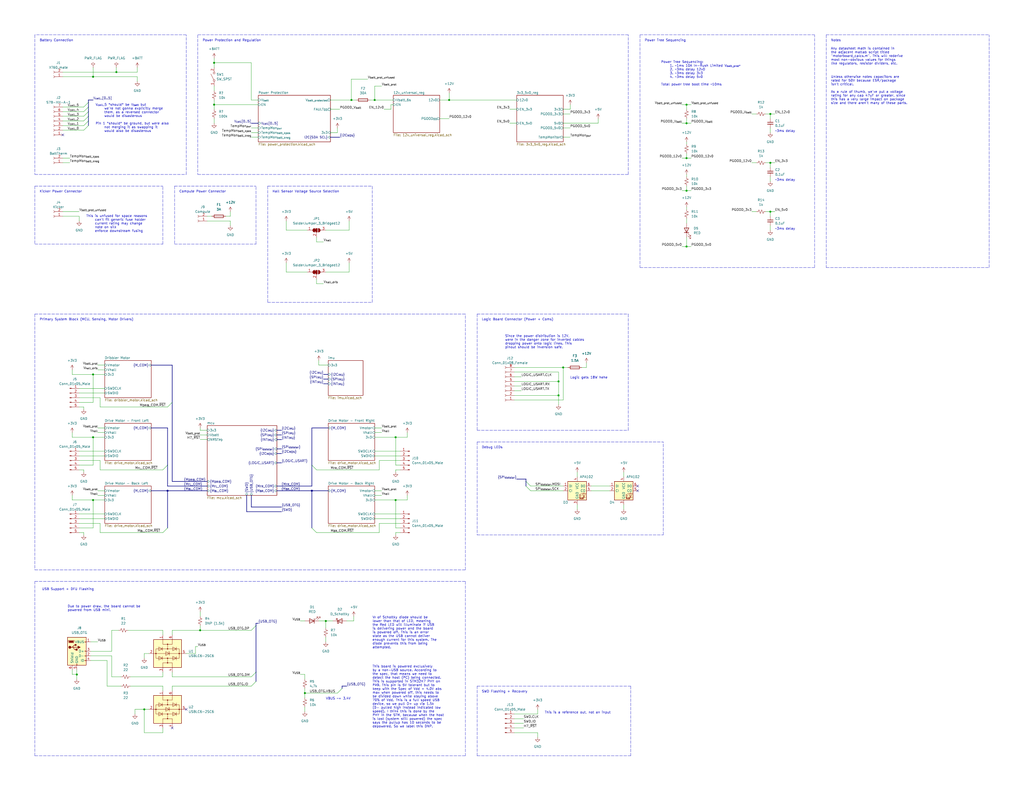
<source format=kicad_sch>
(kicad_sch (version 20211123) (generator eeschema)
  (paper "C")
  (title_block (title "Motorboard") (date "2021-11-14") (rev "1.0.0") (company "The A-Team (RC SSL)") (comment 1 "Designed By: W. Stuckey & R. Osawa") (comment 2 "Reviewed By:"))
  (bus_alias "M_{BL}_COM" (members "M_{BL}_COM.RX" "M_{BL}_COM.TX" "M_{BL}_COM.BOOT0" "M_{BL}_COM.~{RST}"))
  (bus_alias "M_{DRIB}_COM" (members "M_{DRIB}_COM.RX" "M_{DRIB}_COM.TX" "M_{DRIB}_COM.BOOT0" "M_{DRIB}_COM.~{RST}"))
  (bus_alias "SPI_{dotstar}" (members "SPI_{dotstar}.SCK" "SPI_{dotstar}.MOSI"))
  (bus_alias "INT_{IMU}" (members "INT_{IMU}.INT1" "INT_{IMU}.INT2"))
  (bus_alias "I2C_{MON}" (members "I2C_{MON}.SDA" "I2C_{MON}.SCL"))
  (bus_alias "M_{BR}_COM" (members "M_{BR}_COM.RX" "M_{BR}_COM.TX" "M_{BR}_COM.BOOT0" "M_{BR}_COM.~{RST}"))
  (bus_alias "M_{FR}_COM" (members "M_{FR}_COM.RX" "M_{FR}_COM.TX" "M_{FR}_COM.BOOT0" "M_{FR}_COM.~{RST}"))
  (bus_alias "M_{FL}_COM" (members "M_{FL}_COM.RX" "M_{FL}_COM.TX" "M_{FL}_COM.BOOT0" "M_{FL}_COM.~{RST}"))
  (bus_alias "LOGIC_USART" (members "LOGIC_USART.RX" "LOGIC_USART.TX" "LOGIC_USART.CLK"))
  (bus_alias "SPI_{IMU}" (members "SPI_{IMU}.SCK" "SPI_{IMU}.MOSI" "SPI_{IMU}.MISO" "SPI_{IMU}.~{SS1}" "SPI_{IMU}.~{SS2}"))
  (bus_alias "SWD" (members "SWD.CLK" "SWD.IO"))
  (bus_alias "I2C_{IMU}" (members "I2C_{IMU}.SDA" "I2C_{IMU}.SCL"))
  (bus_alias "USB_OTG" (members "USB_OTG.DP" "USB_OTG.DM" "USB_OTG.ID" "USB_OTG.VBUS"))
  (junction (at 374.65 86.36) (diameter 0.9144))
  (junction (at 374.65 57.15) (diameter 0.9144))
  (junction (at 116.84 34.29))
  (junction (at 191.77 54.61) (diameter 0.9144))
  (junction (at 374.65 104.14) (diameter 0.9144))
  (junction (at 245.11 54.61) (diameter 0.9144))
  (junction (at 307.34 200.66) (diameter 0.9144))
  (junction (at 215.9 273.05) (diameter 0.9144))
  (junction (at 304.8 208.28) (diameter 0.9144))
  (junction (at 215.9 238.76) (diameter 0.9144))
  (junction (at 109.22 344.17) (diameter 0.9144))
  (junction (at 116.84 57.15))
  (junction (at 41.91 368.3) (diameter 0.9144))
  (junction (at 50.8 204.47) (diameter 0.9144))
  (junction (at 204.47 54.61) (diameter 0.9144))
  (junction (at 177.8 339.09) (diameter 0.9144))
  (junction (at 63.5 39.37) (diameter 0.9144))
  (junction (at 78.74 387.35) (diameter 0.9144))
  (junction (at 374.65 67.31) (diameter 0.9144))
  (junction (at 170.18 267.97) (diameter 0.9144))
  (junction (at 420.37 115.57) (diameter 0.9144))
  (junction (at 420.37 62.23) (diameter 0.9144))
  (junction (at 374.65 134.62) (diameter 0.9144))
  (junction (at 420.37 88.9) (diameter 0.9144))
  (junction (at 166.37 378.46) (diameter 0.9144))
  (junction (at 50.8 273.05) (diameter 0.9144))
  (junction (at 50.8 238.76) (diameter 0.9144))
  (junction (at 50.8 41.91) (diameter 0.9144))
  (junction (at 91.44 267.97) (diameter 0.9144))
  (junction (at 304.8 215.9) (diameter 0.9144))
  (no_connect (at 93.98 397.51))
  (no_connect (at 101.6 387.35))
  (no_connect (at 34.29 73.66))
  (no_connect (at 347.98 267.97))
  (no_connect (at 347.98 265.43))
  (bus_entry (at 170.18 288.29) (size 2.54 2.54))
  (bus_entry (at 93.98 219.71) (size -2.54 2.54))
  (bus_entry (at 48.26 60.96) (size -2.54 2.54))
  (bus_entry (at 287.02 265.43) (size 2.54 2.54))
  (bus_entry (at 48.26 66.04) (size -2.54 2.54))
  (bus_entry (at 139.7 367.03) (size -2.54 2.54))
  (bus_entry (at 48.26 68.58) (size -2.54 2.54))
  (bus_entry (at 48.26 55.88) (size -2.54 2.54))
  (bus_entry (at 287.02 262.89) (size 2.54 2.54))
  (bus_entry (at 139.7 341.63) (size -2.54 2.54))
  (bus_entry (at 48.26 63.5) (size -2.54 2.54))
  (bus_entry (at 186.69 375.92) (size -2.54 2.54))
  (bus_entry (at 91.44 254) (size -2.54 2.54))
  (bus_entry (at 170.18 254) (size 2.54 2.54))
  (bus_entry (at 139.7 372.11) (size -2.54 2.54))
  (bus_entry (at 91.44 288.29) (size -2.54 2.54))
  (bus_entry (at 48.26 58.42) (size -2.54 2.54))
  (wire (pts (xy 71.12 374.65) (xy 88.9 374.65)))
  (wire (pts (xy 88.9 374.65) (xy 88.9 377.19)))
  (wire (pts (xy 166.37 378.46) (xy 184.15 378.46)))
  (wire (pts (xy 289.56 267.97) (xy 307.34 267.97)))
  (wire (pts (xy 417.83 88.9) (xy 420.37 88.9)))
  (wire (pts (xy 137.16 69.85) (xy 140.97 69.85)))
  (wire (pts (xy 222.25 236.22) (xy 222.25 238.76)))
  (wire (pts (xy 293.37 387.35) (xy 293.37 389.89)))
  (wire (pts (xy 374.65 104.14) (xy 377.19 104.14)))
  (wire (pts (xy 320.04 200.66) (xy 320.04 198.12)))
  (bus (pts (xy 170.18 254) (xy 170.18 265.43)))
  (wire (pts (xy 280.67 203.2) (xy 304.8 203.2)))
  (wire (pts (xy 304.8 203.2) (xy 304.8 208.28)))
  (wire (pts (xy 304.8 208.28) (xy 304.8 215.9)))
  (wire (pts (xy 304.8 215.9) (xy 304.8 220.98)))
  (bus (pts (xy 151.13 247.65) (xy 153.67 247.65)))
  (wire (pts (xy 240.03 64.77) (xy 245.11 64.77)))
  (wire (pts (xy 374.65 113.03) (xy 374.65 114.3)))
  (wire (pts (xy 374.65 64.77) (xy 374.65 67.31)))
  (polyline (pts (xy 19.05 317.5) (xy 254 317.5)) (stroke (width 0) (type dash)))
  (polyline (pts (xy 19.05 412.75) (xy 19.05 317.5)) (stroke (width 0) (type dash)))
  (polyline (pts (xy 19.05 412.75) (xy 254 412.75)) (stroke (width 0) (type dash)))
  (polyline (pts (xy 254 317.5) (xy 254 412.75)) (stroke (width 0) (type dash)))
  (wire (pts (xy 43.18 222.25) (xy 45.72 222.25)))
  (wire (pts (xy 45.72 222.25) (xy 45.72 223.52)))
  (wire (pts (xy 209.55 59.69) (xy 213.36 59.69)))
  (wire (pts (xy 213.36 57.15) (xy 214.63 57.15)))
  (wire (pts (xy 213.36 59.69) (xy 213.36 57.15)))
  (wire (pts (xy 372.11 67.31) (xy 374.65 67.31)))
  (wire (pts (xy 374.65 67.31) (xy 377.19 67.31)))
  (bus (pts (xy 139.7 341.63) (xy 139.7 367.03)))
  (wire (pts (xy 116.84 64.77) (xy 116.84 67.31)))
  (wire (pts (xy 278.13 67.31) (xy 281.94 67.31)))
  (wire (pts (xy 280.67 400.05) (xy 293.37 400.05)))
  (wire (pts (xy 417.83 62.23) (xy 420.37 62.23)))
  (wire (pts (xy 218.44 283.21) (xy 204.47 283.21)))
  (wire (pts (xy 109.22 334.01) (xy 109.22 336.55)))
  (wire (pts (xy 34.29 71.12) (xy 45.72 71.12)))
  (wire (pts (xy 45.72 290.83) (xy 45.72 292.1)))
  (bus (pts (xy 91.44 267.97) (xy 91.44 288.29)))
  (wire (pts (xy 314.96 275.59) (xy 314.96 278.13)))
  (bus (pts (xy 151.13 265.43) (xy 170.18 265.43)))
  (bus (pts (xy 170.18 233.68) (xy 170.18 254)))
  (bus (pts (xy 170.18 233.68) (xy 179.07 233.68)))
  (wire (pts (xy 280.67 394.97) (xy 285.75 394.97)))
  (wire (pts (xy 116.84 31.75) (xy 116.84 34.29)))
  (wire (pts (xy 116.84 34.29) (xy 116.84 36.83)))
  (bus (pts (xy 48.26 55.88) (xy 48.26 58.42)))
  (polyline (pts (xy 260.35 171.45) (xy 260.35 234.95)) (stroke (width 0) (type dash)))
  (polyline (pts (xy 260.35 171.45) (xy 342.9 171.45)) (stroke (width 0) (type dash)))
  (polyline (pts (xy 260.35 234.95) (xy 342.9 234.95)) (stroke (width 0) (type dash)))
  (polyline (pts (xy 342.9 234.95) (xy 342.9 171.45)) (stroke (width 0) (type dash)))
  (wire (pts (xy 280.67 210.82) (xy 284.48 210.82)))
  (wire (pts (xy 109.22 233.68) (xy 109.22 234.95)))
  (wire (pts (xy 109.22 234.95) (xy 113.03 234.95)))
  (wire (pts (xy 420.37 123.19) (xy 420.37 125.73)))
  (wire (pts (xy 116.84 46.99) (xy 116.84 49.53)))
  (bus (pts (xy 48.26 54.61) (xy 48.26 55.88)))
  (bus (pts (xy 50.8 54.61) (xy 48.26 54.61)))
  (wire (pts (xy 215.9 254) (xy 215.9 238.76)))
  (wire (pts (xy 218.44 254) (xy 215.9 254)))
  (wire (pts (xy 39.37 273.05) (xy 50.8 273.05)))
  (wire (pts (xy 50.8 273.05) (xy 57.15 273.05)))
  (wire (pts (xy 49.53 358.14) (xy 60.96 358.14)))
  (wire (pts (xy 60.96 358.14) (xy 60.96 369.57)))
  (wire (pts (xy 60.96 369.57) (xy 66.04 369.57)))
  (wire (pts (xy 54.61 222.25) (xy 91.44 222.25)))
  (wire (pts (xy 280.67 218.44) (xy 307.34 218.44)))
  (wire (pts (xy 307.34 200.66) (xy 307.34 218.44)))
  (bus (pts (xy 137.16 276.86) (xy 137.16 270.51)))
  (bus (pts (xy 153.67 276.86) (xy 137.16 276.86)))
  (wire (pts (xy 50.8 36.83) (xy 50.8 41.91)))
  (wire (pts (xy 43.18 290.83) (xy 45.72 290.83)))
  (wire (pts (xy 69.85 344.17) (xy 88.9 344.17)))
  (wire (pts (xy 88.9 344.17) (xy 88.9 346.71)))
  (polyline (pts (xy 146.05 101.6) (xy 146.05 165.1)) (stroke (width 0) (type dash)))
  (polyline (pts (xy 146.05 101.6) (xy 203.2 101.6)) (stroke (width 0) (type dash)))
  (polyline (pts (xy 146.05 165.1) (xy 203.2 165.1)) (stroke (width 0) (type dash)))
  (polyline (pts (xy 203.2 165.1) (xy 203.2 101.6)) (stroke (width 0) (type dash)))
  (wire (pts (xy 34.29 63.5) (xy 45.72 63.5)))
  (wire (pts (xy 43.18 217.17) (xy 54.61 217.17)))
  (wire (pts (xy 54.61 217.17) (xy 54.61 222.25)))
  (wire (pts (xy 43.18 254) (xy 50.8 254)))
  (wire (pts (xy 50.8 254) (xy 50.8 238.76)))
  (wire (pts (xy 166.37 368.3) (xy 163.83 368.3)))
  (wire (pts (xy 166.37 370.84) (xy 166.37 368.3)))
  (wire (pts (xy 34.29 41.91) (xy 50.8 41.91)))
  (wire (pts (xy 50.8 41.91) (xy 74.93 41.91)))
  (wire (pts (xy 74.93 41.91) (xy 74.93 44.45)))
  (polyline (pts (xy 19.05 101.6) (xy 19.05 133.35)) (stroke (width 0) (type dash)))
  (polyline (pts (xy 19.05 101.6) (xy 88.9 101.6)) (stroke (width 0) (type dash)))
  (polyline (pts (xy 19.05 133.35) (xy 88.9 133.35)) (stroke (width 0) (type dash)))
  (polyline (pts (xy 88.9 133.35) (xy 88.9 101.6)) (stroke (width 0) (type dash)))
  (wire (pts (xy 374.65 101.6) (xy 374.65 104.14)))
  (bus (pts (xy 287.02 262.89) (xy 287.02 265.43)))
  (wire (pts (xy 307.34 67.31) (xy 326.39 67.31)))
  (wire (pts (xy 326.39 67.31) (xy 326.39 64.77)))
  (wire (pts (xy 173.99 339.09) (xy 177.8 339.09)))
  (wire (pts (xy 293.37 400.05) (xy 293.37 402.59)))
  (bus (pts (xy 151.13 237.49) (xy 153.67 237.49)))
  (wire (pts (xy 289.56 265.43) (xy 307.34 265.43)))
  (wire (pts (xy 156.21 120.65) (xy 156.21 125.73)))
  (wire (pts (xy 156.21 125.73) (xy 167.64 125.73)))
  (wire (pts (xy 208.28 236.22) (xy 204.47 236.22)))
  (wire (pts (xy 374.65 77.47) (xy 374.65 78.74)))
  (bus (pts (xy 151.13 267.97) (xy 170.18 267.97)))
  (bus (pts (xy 170.18 267.97) (xy 179.07 267.97)))
  (wire (pts (xy 180.34 59.69) (xy 185.42 59.69)))
  (wire (pts (xy 307.34 62.23) (xy 311.15 62.23)))
  (wire (pts (xy 166.37 375.92) (xy 166.37 378.46)))
  (wire (pts (xy 166.37 378.46) (xy 166.37 381)))
  (wire (pts (xy 420.37 96.52) (xy 420.37 99.06)))
  (bus (pts (xy 151.13 234.95) (xy 153.67 234.95)))
  (wire (pts (xy 172.72 129.54) (xy 172.72 132.08)))
  (wire (pts (xy 172.72 132.08) (xy 176.53 132.08)))
  (bus (pts (xy 48.26 58.42) (xy 48.26 60.96)))
  (bus (pts (xy 170.18 267.97) (xy 170.18 288.29)))
  (bus (pts (xy 179.07 209.55) (xy 176.53 209.55)))
  (wire (pts (xy 43.18 256.54) (xy 45.72 256.54)))
  (polyline (pts (xy 107.95 19.05) (xy 107.95 95.25)) (stroke (width 0) (type dash)))
  (polyline (pts (xy 107.95 95.25) (xy 342.9 95.25)) (stroke (width 0) (type dash)))
  (polyline (pts (xy 342.9 19.05) (xy 107.95 19.05)) (stroke (width 0) (type dash)))
  (polyline (pts (xy 342.9 95.25) (xy 342.9 19.05)) (stroke (width 0) (type dash)))
  (wire (pts (xy 410.21 62.23) (xy 412.75 62.23)))
  (bus (pts (xy 139.7 340.36) (xy 139.7 341.63)))
  (bus (pts (xy 140.97 340.36) (xy 139.7 340.36)))
  (wire (pts (xy 190.5 148.59) (xy 190.5 143.51)))
  (wire (pts (xy 34.29 86.36) (xy 38.1 86.36)))
  (wire (pts (xy 372.11 86.36) (xy 374.65 86.36)))
  (wire (pts (xy 374.65 86.36) (xy 377.19 86.36)))
  (wire (pts (xy 53.34 270.51) (xy 57.15 270.51)))
  (wire (pts (xy 372.11 57.15) (xy 374.65 57.15)))
  (wire (pts (xy 374.65 57.15) (xy 377.19 57.15)))
  (wire (pts (xy 215.9 238.76) (xy 204.47 238.76)))
  (wire (pts (xy 222.25 238.76) (xy 215.9 238.76)))
  (wire (pts (xy 39.37 236.22) (xy 39.37 238.76)))
  (wire (pts (xy 280.67 389.89) (xy 293.37 389.89)))
  (wire (pts (xy 420.37 69.85) (xy 420.37 72.39)))
  (wire (pts (xy 191.77 43.18) (xy 200.66 43.18)))
  (wire (pts (xy 191.77 54.61) (xy 191.77 43.18)))
  (bus (pts (xy 48.26 63.5) (xy 48.26 66.04)))
  (wire (pts (xy 109.22 237.49) (xy 113.03 237.49)))
  (bus (pts (xy 151.13 252.73) (xy 153.67 252.73)))
  (polyline (pts (xy 19.05 19.05) (xy 19.05 95.25)) (stroke (width 0) (type dash)))
  (polyline (pts (xy 19.05 95.25) (xy 101.6 95.25)) (stroke (width 0) (type dash)))
  (polyline (pts (xy 101.6 19.05) (xy 19.05 19.05)) (stroke (width 0) (type dash)))
  (polyline (pts (xy 101.6 95.25) (xy 101.6 19.05)) (stroke (width 0) (type dash)))
  (wire (pts (xy 54.61 251.46) (xy 54.61 256.54)))
  (wire (pts (xy 280.67 200.66) (xy 307.34 200.66)))
  (wire (pts (xy 307.34 200.66) (xy 309.88 200.66)))
  (wire (pts (xy 245.11 50.8) (xy 245.11 54.61)))
  (wire (pts (xy 374.65 119.38) (xy 374.65 121.92)))
  (wire (pts (xy 93.98 377.19) (xy 93.98 374.65)))
  (bus (pts (xy 151.13 240.03) (xy 153.67 240.03)))
  (wire (pts (xy 53.34 199.39) (xy 57.15 199.39)))
  (wire (pts (xy 420.37 62.23) (xy 422.91 62.23)))
  (wire (pts (xy 34.29 58.42) (xy 45.72 58.42)))
  (wire (pts (xy 43.18 288.29) (xy 50.8 288.29)))
  (wire (pts (xy 50.8 288.29) (xy 50.8 273.05)))
  (wire (pts (xy 113.03 120.65) (xy 125.73 120.65)))
  (wire (pts (xy 125.73 120.65) (xy 125.73 123.19)))
  (bus (pts (xy 179.07 207.01) (xy 176.53 207.01)))
  (wire (pts (xy 156.21 143.51) (xy 156.21 148.59)))
  (wire (pts (xy 280.67 213.36) (xy 284.48 213.36)))
  (wire (pts (xy 172.72 152.4) (xy 172.72 154.94)))
  (wire (pts (xy 201.93 54.61) (xy 204.47 54.61)))
  (wire (pts (xy 204.47 54.61) (xy 214.63 54.61)))
  (wire (pts (xy 78.74 387.35) (xy 78.74 400.05)))
  (wire (pts (xy 78.74 400.05) (xy 88.9 400.05)))
  (wire (pts (xy 88.9 397.51) (xy 88.9 400.05)))
  (wire (pts (xy 420.37 62.23) (xy 420.37 64.77)))
  (wire (pts (xy 43.18 280.67) (xy 57.15 280.67)))
  (wire (pts (xy 93.98 369.57) (xy 137.16 369.57)))
  (bus (pts (xy 82.55 267.97) (xy 91.44 267.97)))
  (bus (pts (xy 91.44 267.97) (xy 113.03 267.97)))
  (wire (pts (xy 172.72 154.94) (xy 176.53 154.94)))
  (wire (pts (xy 410.21 88.9) (xy 412.75 88.9)))
  (wire (pts (xy 280.67 392.43) (xy 285.75 392.43)))
  (wire (pts (xy 34.29 60.96) (xy 45.72 60.96)))
  (bus (pts (xy 186.69 374.65) (xy 186.69 375.92)))
  (bus (pts (xy 189.23 374.65) (xy 186.69 374.65)))
  (wire (pts (xy 208.28 233.68) (xy 204.47 233.68)))
  (wire (pts (xy 63.5 36.83) (xy 63.5 39.37)))
  (wire (pts (xy 218.44 256.54) (xy 215.9 256.54)))
  (bus (pts (xy 281.94 261.62) (xy 287.02 261.62)))
  (bus (pts (xy 287.02 261.62) (xy 287.02 262.89)))
  (wire (pts (xy 41.91 365.76) (xy 41.91 368.3)))
  (wire (pts (xy 41.91 368.3) (xy 41.91 370.84)))
  (wire (pts (xy 215.9 256.54) (xy 215.9 257.81)))
  (wire (pts (xy 109.22 240.03) (xy 113.03 240.03)))
  (wire (pts (xy 116.84 59.69) (xy 116.84 57.15)))
  (wire (pts (xy 43.18 212.09) (xy 57.15 212.09)))
  (wire (pts (xy 208.28 270.51) (xy 204.47 270.51)))
  (wire (pts (xy 307.34 69.85) (xy 311.15 69.85)))
  (wire (pts (xy 78.74 387.35) (xy 73.66 387.35)))
  (wire (pts (xy 81.28 387.35) (xy 78.74 387.35)))
  (wire (pts (xy 53.34 267.97) (xy 57.15 267.97)))
  (polyline (pts (xy 95.25 101.6) (xy 95.25 133.35)) (stroke (width 0) (type dash)))
  (polyline (pts (xy 95.25 101.6) (xy 139.7 101.6)) (stroke (width 0) (type dash)))
  (polyline (pts (xy 95.25 133.35) (xy 139.7 133.35)) (stroke (width 0) (type dash)))
  (polyline (pts (xy 139.7 133.35) (xy 139.7 101.6)) (stroke (width 0) (type dash)))
  (wire (pts (xy 374.65 57.15) (xy 374.65 59.69)))
  (wire (pts (xy 39.37 201.93) (xy 39.37 204.47)))
  (wire (pts (xy 39.37 204.47) (xy 50.8 204.47)))
  (wire (pts (xy 50.8 204.47) (xy 57.15 204.47)))
  (wire (pts (xy 34.29 68.58) (xy 45.72 68.58)))
  (wire (pts (xy 374.65 134.62) (xy 377.19 134.62)))
  (wire (pts (xy 43.18 283.21) (xy 57.15 283.21)))
  (wire (pts (xy 93.98 374.65) (xy 137.16 374.65)))
  (wire (pts (xy 93.98 344.17) (xy 109.22 344.17)))
  (wire (pts (xy 93.98 346.71) (xy 93.98 344.17)))
  (wire (pts (xy 34.29 39.37) (xy 63.5 39.37)))
  (wire (pts (xy 63.5 39.37) (xy 74.93 39.37)))
  (wire (pts (xy 74.93 39.37) (xy 74.93 36.83)))
  (wire (pts (xy 71.12 369.57) (xy 88.9 369.57)))
  (wire (pts (xy 88.9 369.57) (xy 88.9 367.03)))
  (wire (pts (xy 34.29 115.57) (xy 43.18 115.57)))
  (wire (pts (xy 166.37 386.08) (xy 166.37 388.62)))
  (wire (pts (xy 204.47 246.38) (xy 218.44 246.38)))
  (wire (pts (xy 137.16 74.93) (xy 140.97 74.93)))
  (bus (pts (xy 82.55 199.39) (xy 93.98 199.39)))
  (bus (pts (xy 93.98 199.39) (xy 93.98 219.71)))
  (bus (pts (xy 93.98 262.89) (xy 113.03 262.89)))
  (wire (pts (xy 280.67 208.28) (xy 304.8 208.28)))
  (polyline (pts (xy 349.25 19.05) (xy 349.25 146.05)) (stroke (width 0) (type dash)))
  (polyline (pts (xy 349.25 19.05) (xy 444.5 19.05)) (stroke (width 0) (type dash)))
  (polyline (pts (xy 349.25 146.05) (xy 444.5 146.05)) (stroke (width 0) (type dash)))
  (polyline (pts (xy 444.5 146.05) (xy 444.5 19.05)) (stroke (width 0) (type dash)))
  (wire (pts (xy 177.8 339.09) (xy 181.61 339.09)))
  (wire (pts (xy 222.25 270.51) (xy 222.25 273.05)))
  (bus (pts (xy 151.13 245.11) (xy 153.67 245.11)))
  (wire (pts (xy 340.36 275.59) (xy 340.36 278.13)))
  (wire (pts (xy 204.47 46.99) (xy 208.28 46.99)))
  (wire (pts (xy 204.47 54.61) (xy 204.47 46.99)))
  (wire (pts (xy 307.34 59.69) (xy 311.15 59.69)))
  (wire (pts (xy 311.15 59.69) (xy 311.15 57.15)))
  (wire (pts (xy 215.9 288.29) (xy 215.9 273.05)))
  (wire (pts (xy 218.44 288.29) (xy 215.9 288.29)))
  (wire (pts (xy 123.19 118.11) (xy 125.73 118.11)))
  (wire (pts (xy 125.73 118.11) (xy 125.73 115.57)))
  (wire (pts (xy 372.11 134.62) (xy 374.65 134.62)))
  (bus (pts (xy 91.44 254) (xy 91.44 265.43)))
  (wire (pts (xy 54.61 290.83) (xy 88.9 290.83)))
  (wire (pts (xy 218.44 290.83) (xy 215.9 290.83)))
  (wire (pts (xy 73.66 387.35) (xy 73.66 389.89)))
  (polyline (pts (xy 450.85 19.05) (xy 450.85 146.05)) (stroke (width 0) (type dash)))
  (polyline (pts (xy 450.85 19.05) (xy 539.75 19.05)) (stroke (width 0) (type dash)))
  (polyline (pts (xy 450.85 146.05) (xy 539.75 146.05)) (stroke (width 0) (type dash)))
  (polyline (pts (xy 539.75 146.05) (xy 539.75 19.05)) (stroke (width 0) (type dash)))
  (wire (pts (xy 193.04 339.09) (xy 193.04 336.55)))
  (wire (pts (xy 78.74 356.87) (xy 78.74 359.41)))
  (wire (pts (xy 81.28 356.87) (xy 78.74 356.87)))
  (wire (pts (xy 307.34 74.93) (xy 311.15 74.93)))
  (wire (pts (xy 39.37 365.76) (xy 39.37 368.3)))
  (wire (pts (xy 39.37 368.3) (xy 41.91 368.3)))
  (wire (pts (xy 53.34 236.22) (xy 57.15 236.22)))
  (wire (pts (xy 374.65 129.54) (xy 374.65 134.62)))
  (wire (pts (xy 113.03 118.11) (xy 115.57 118.11)))
  (wire (pts (xy 43.18 246.38) (xy 57.15 246.38)))
  (wire (pts (xy 215.9 290.83) (xy 215.9 292.1)))
  (wire (pts (xy 156.21 148.59) (xy 167.64 148.59)))
  (wire (pts (xy 420.37 88.9) (xy 422.91 88.9)))
  (wire (pts (xy 43.18 251.46) (xy 54.61 251.46)))
  (wire (pts (xy 280.67 215.9) (xy 304.8 215.9)))
  (bus (pts (xy 48.26 66.04) (xy 48.26 68.58)))
  (wire (pts (xy 39.37 238.76) (xy 50.8 238.76)))
  (wire (pts (xy 50.8 238.76) (xy 57.15 238.76)))
  (wire (pts (xy 177.8 347.98) (xy 177.8 350.52)))
  (wire (pts (xy 417.83 115.57) (xy 420.37 115.57)))
  (wire (pts (xy 280.67 397.51) (xy 285.75 397.51)))
  (bus (pts (xy 134.62 279.4) (xy 134.62 270.51)))
  (bus (pts (xy 153.67 279.4) (xy 134.62 279.4)))
  (wire (pts (xy 137.16 34.29) (xy 116.84 34.29)))
  (wire (pts (xy 137.16 54.61) (xy 137.16 34.29)))
  (wire (pts (xy 140.97 54.61) (xy 137.16 54.61)))
  (wire (pts (xy 374.65 95.25) (xy 374.65 96.52)))
  (wire (pts (xy 39.37 270.51) (xy 39.37 273.05)))
  (wire (pts (xy 207.01 285.75) (xy 207.01 290.83)))
  (wire (pts (xy 280.67 205.74) (xy 284.48 205.74)))
  (wire (pts (xy 322.58 265.43) (xy 332.74 265.43)))
  (wire (pts (xy 54.61 285.75) (xy 54.61 290.83)))
  (wire (pts (xy 45.72 256.54) (xy 45.72 257.81)))
  (wire (pts (xy 43.18 248.92) (xy 57.15 248.92)))
  (wire (pts (xy 374.65 83.82) (xy 374.65 86.36)))
  (wire (pts (xy 245.11 54.61) (xy 281.94 54.61)))
  (wire (pts (xy 340.36 257.81) (xy 340.36 260.35)))
  (wire (pts (xy 173.99 199.39) (xy 179.07 199.39)))
  (wire (pts (xy 207.01 251.46) (xy 218.44 251.46)))
  (wire (pts (xy 207.01 256.54) (xy 207.01 251.46)))
  (wire (pts (xy 215.9 273.05) (xy 204.47 273.05)))
  (wire (pts (xy 222.25 273.05) (xy 215.9 273.05)))
  (wire (pts (xy 137.16 72.39) (xy 140.97 72.39)))
  (wire (pts (xy 180.34 54.61) (xy 191.77 54.61)))
  (wire (pts (xy 191.77 54.61) (xy 194.31 54.61)))
  (wire (pts (xy 189.23 339.09) (xy 193.04 339.09)))
  (wire (pts (xy 317.5 200.66) (xy 320.04 200.66)))
  (wire (pts (xy 372.11 104.14) (xy 374.65 104.14)))
  (wire (pts (xy 173.99 196.85) (xy 173.99 199.39)))
  (wire (pts (xy 177.8 339.09) (xy 177.8 342.9)))
  (wire (pts (xy 410.21 115.57) (xy 412.75 115.57)))
  (bus (pts (xy 137.16 67.31) (xy 140.97 67.31)))
  (wire (pts (xy 180.34 72.39) (xy 184.15 72.39)))
  (wire (pts (xy 184.15 72.39) (xy 184.15 69.85)))
  (wire (pts (xy 43.18 219.71) (xy 50.8 219.71)))
  (wire (pts (xy 50.8 219.71) (xy 50.8 204.47)))
  (wire (pts (xy 49.53 350.52) (xy 53.34 350.52)))
  (wire (pts (xy 204.47 248.92) (xy 218.44 248.92)))
  (wire (pts (xy 34.29 88.9) (xy 38.1 88.9)))
  (wire (pts (xy 101.6 356.87) (xy 106.68 356.87)))
  (wire (pts (xy 106.68 353.06) (xy 107.95 353.06)))
  (wire (pts (xy 106.68 356.87) (xy 106.68 353.06)))
  (polyline (pts (xy 260.35 374.65) (xy 344.17 374.65)) (stroke (width 0) (type dash)))
  (polyline (pts (xy 260.35 412.75) (xy 260.35 374.65)) (stroke (width 0) (type dash)))
  (polyline (pts (xy 260.35 412.75) (xy 344.17 412.75)) (stroke (width 0) (type dash)))
  (polyline (pts (xy 344.17 374.65) (xy 344.17 412.75)) (stroke (width 0) (type dash)))
  (wire (pts (xy 43.18 285.75) (xy 54.61 285.75)))
  (wire (pts (xy 420.37 115.57) (xy 420.37 118.11)))
  (wire (pts (xy 34.29 66.04) (xy 45.72 66.04)))
  (bus (pts (xy 179.07 204.47) (xy 176.53 204.47)))
  (wire (pts (xy 43.18 214.63) (xy 57.15 214.63)))
  (wire (pts (xy 218.44 280.67) (xy 204.47 280.67)))
  (bus (pts (xy 91.44 233.68) (xy 82.55 233.68)))
  (bus (pts (xy 91.44 233.68) (xy 91.44 254)))
  (bus (pts (xy 113.03 265.43) (xy 91.44 265.43)))
  (wire (pts (xy 49.53 360.68) (xy 58.42 360.68)))
  (wire (pts (xy 58.42 360.68) (xy 58.42 374.65)))
  (wire (pts (xy 58.42 374.65) (xy 66.04 374.65)))
  (wire (pts (xy 49.53 355.6) (xy 60.96 355.6)))
  (wire (pts (xy 60.96 344.17) (xy 64.77 344.17)))
  (wire (pts (xy 60.96 355.6) (xy 60.96 344.17)))
  (wire (pts (xy 53.34 233.68) (xy 57.15 233.68)))
  (wire (pts (xy 53.34 201.93) (xy 57.15 201.93)))
  (bus (pts (xy 139.7 367.03) (xy 139.7 372.11)))
  (wire (pts (xy 314.96 257.81) (xy 314.96 260.35)))
  (wire (pts (xy 208.28 267.97) (xy 204.47 267.97)))
  (wire (pts (xy 322.58 267.97) (xy 332.74 267.97)))
  (wire (pts (xy 109.22 344.17) (xy 137.16 344.17)))
  (wire (pts (xy 34.29 118.11) (xy 43.18 118.11)))
  (wire (pts (xy 43.18 118.11) (xy 43.18 120.65)))
  (wire (pts (xy 166.37 339.09) (xy 163.83 339.09)))
  (wire (pts (xy 172.72 256.54) (xy 207.01 256.54)))
  (wire (pts (xy 93.98 367.03) (xy 93.98 369.57)))
  (wire (pts (xy 278.13 59.69) (xy 281.94 59.69)))
  (wire (pts (xy 420.37 88.9) (xy 420.37 91.44)))
  (polyline (pts (xy 19.05 171.45) (xy 19.05 311.15)) (stroke (width 0) (type dash)))
  (polyline (pts (xy 19.05 171.45) (xy 254 171.45)) (stroke (width 0) (type dash)))
  (polyline (pts (xy 19.05 311.15) (xy 254 311.15)) (stroke (width 0) (type dash)))
  (polyline (pts (xy 254 311.15) (xy 254 171.45)) (stroke (width 0) (type dash)))
  (wire (pts (xy 54.61 256.54) (xy 88.9 256.54)))
  (wire (pts (xy 218.44 285.75) (xy 207.01 285.75)))
  (wire (pts (xy 240.03 54.61) (xy 245.11 54.61)))
  (bus (pts (xy 180.34 74.93) (xy 185.42 74.93)))
  (wire (pts (xy 109.22 341.63) (xy 109.22 344.17)))
  (bus (pts (xy 48.26 60.96) (xy 48.26 63.5)))
  (wire (pts (xy 420.37 115.57) (xy 422.91 115.57)))
  (wire (pts (xy 172.72 290.83) (xy 207.01 290.83)))
  (polyline (pts (xy 260.35 241.3) (xy 260.35 292.1)) (stroke (width 0) (type dash)))
  (polyline (pts (xy 260.35 241.3) (xy 361.95 241.3)) (stroke (width 0) (type dash)))
  (polyline (pts (xy 260.35 292.1) (xy 361.95 292.1)) (stroke (width 0) (type dash)))
  (polyline (pts (xy 361.95 292.1) (xy 361.95 241.3)) (stroke (width 0) (type dash)))
  (wire (pts (xy 116.84 57.15) (xy 116.84 54.61)))
  (wire (pts (xy 116.84 57.15) (xy 140.97 57.15)))
  (bus (pts (xy 93.98 219.71) (xy 93.98 262.89)))
  (wire (pts (xy 177.8 148.59) (xy 190.5 148.59)))
  (wire (pts (xy 177.8 125.73) (xy 190.5 125.73)))
  (wire (pts (xy 190.5 125.73) (xy 190.5 120.65)))
  (text "SWD Flashing + Recovery\n" (at 262.89 378.46 0) (effects (font (size 1.27 1.27)) (justify left bottom)))
  (text "Power Tree Sequencing:\n	1. ~1ms 10A In-Rush Limited V_{batt_prot*}\n	2. ~3ms delay 12v0\n	3. ~3ms delay 3v3\n	4. ~3ms delay 5v0\n\nTotal power tree boot time ~10ms" (at 360.68 46.99 0) (effects (font (size 1.27 1.27)) (justify left bottom)))
  (text "V_{cell}_5 *should* be V_{batt} but \n	we're not gonna explicitly merge \n	them, as a reversed connector \n	would be disasterous\n\nPin 1 *should* be ground, but were also\n	not merging it as swapping it\n	would also be disasterous" (at 52.07 72.39 0) (effects (font (size 1.27 1.27)) (justify left bottom)))
  (text "Battery Connection" (at 21.59 22.86 0) (effects (font (size 1.27 1.27)) (justify left bottom)))
  (text "USB Support + DFU Flashing" (at 22.86 322.58 0) (effects (font (size 1.27 1.27)) (justify left bottom)))
  (text "Kicker Power Connector" (at 21.59 105.41 0) (effects (font (size 1.27 1.27)) (justify left bottom)))
  (text "Power Protection and Regulation" (at 110.49 22.86 0) (effects (font (size 1.27 1.27)) (justify left bottom)))
  (text "This board is powered exclusively\nby a non-USB source. According to\nthe spec, that means we need to \ndetect the host (PC) being connected.\nThis is supported in STM32H7 PHY on\nPA9. This pin is 5V tolerant but to\nkeep with the Spec of Vdd + 4.0V abs\nmax when powered off, this needs to \nbe divided down while staying above\n70% of Vdd. This is a full speed USB\ndevice, so we pull D+ up via 1.5k\n(D- pulled high instead indicated low\nspeed). I think this is done by the\nPHY in the STM, because when the host\nis lost (system still powered) the spec\nsays the pullup has 10 seconds to be\ndepowered. So we label this DNP.\n" (at 203.2 397.51 0) (effects (font (size 1.27 1.27)) (justify left bottom)))
  (text "This is a reference out, not an input" (at 297.18 389.89 0) (effects (font (size 1.27 1.27)) (justify left bottom)))
  (text "~3ms delay" (at 422.91 72.39 0) (effects (font (size 1.27 1.27)) (justify left bottom)))
  (text "Due to power draw, the board cannot be\npowered from USB mini." (at 36.83 334.01 0) (effects (font (size 1.27 1.27)) (justify left bottom)))
  (text "Unless otherwise notes capacitors are\nrated for 50V because ESR/package\nisn't critical.\n\nAs a rule of thumb, we've put a voltage\nrating for any cap 47uF or greater, since\nthis has a very large impact on package\nsize and there aren't many of these parts." (at 453.39 57.15 0) (effects (font (size 1.27 1.27)) (justify left bottom)))
  (text "Hall Sensor Voltage Source Selection" (at 148.59 105.41 0) (effects (font (size 1.27 1.27)) (justify left bottom)))
  (text "~3ms delay" (at 422.91 99.06 0) (effects (font (size 1.27 1.27)) (justify left bottom)))
  (text "Logic Board Connector (Power + Coms)" (at 262.89 175.26 0) (effects (font (size 1.27 1.27)) (justify left bottom)))
  (text "This is unfused for space reasons\n	can't fit generic fuse holder\n	current rating may change\n	note on silk\n	enforce downstream fusing" (at 46.99 127 0) (effects (font (size 1.27 1.27)) (justify left bottom)))
  (text "~3ms delay" (at 422.91 125.73 0) (effects (font (size 1.27 1.27)) (justify left bottom)))
  (text "Primary System Block (MCU, Sensing, Motor Drivers)" (at 21.59 175.26 0) (effects (font (size 1.27 1.27)) (justify left bottom)))
  (text "Compute Power Connector" (at 97.79 105.41 0) (effects (font (size 1.27 1.27)) (justify left bottom)))
  (text "VBUS ~= 3.4V" (at 177.8 382.27 0) (effects (font (size 1.27 1.27)) (justify left bottom)))
  (text "Debug LEDs" (at 262.89 245.11 0) (effects (font (size 1.27 1.27)) (justify left bottom)))
  (text "Power Tree Sequencing" (at 351.79 22.86 0) (effects (font (size 1.27 1.27)) (justify left bottom)))
  (text "Notes" (at 453.39 22.86 0) (effects (font (size 1.27 1.27)) (justify left bottom)))
  (text "V_{f} of Schottky diode should be\nlower than that of LED, meaning\nthe Red LED will illuminate if USB\nis delivering power and the board\nis powered off. This is an error\nstate as the USB cannot deliver\nenough current for this system. The\ndiode prevents this from being \nattempted.\n" (at 203.2 354.33 0) (effects (font (size 1.27 1.27)) (justify left bottom)))
  (text "Logic gets 18W hehe" (at 311.15 207.01 0) (effects (font (size 1.27 1.27)) (justify left bottom)))
  (text "Any datasheet math is contained in\nthe adjacent matlab script titled\n\"motorboard_calcs.m\". This will rederive\nmost non-obvious values for things\nlike regulators, resistor dividers, etc." (at 453.39 35.56 0) (effects (font (size 1.27 1.27)) (justify left bottom)))
  (text "Since the power distribution is 12V,\nwere in the danger zone for inverted cables\ndropping power onto logic lines. This\npinout should be inversion safe." (at 275.59 190.5 0) (effects (font (size 1.27 1.27)) (justify left bottom)))
  (label "H7_~{RST}" (at 285.75 397.51 0))
  (label "V_{hall_drib}" (at 176.53 154.94 0))
  (label "LOGIC_USART.CLK" (at 284.48 205.74 0))
  (label "V_{hall}" (at 176.53 132.08 0))
  (label "V_{batt_prot}" (at 208.28 233.68 0))
  (label "V_{cell}[0..5]" (at 137.16 67.31 180))
  (label "M_{FR}_COM.~{RST}" (at 180.34 256.54 0))
  (label "SPI_{dotstar}.SCK" (at 292.1 267.97 0))
  (label "{M_{FR}_COM}" (at 163.83 265.43 180))
  (label "EN_5v0" (at 422.91 115.57 0))
  (label "{I2C_{MON}}" (at 153.67 247.65 0))
  (label "TempMon_{batt_kneg}" (at 137.16 74.93 180))
  (label "{INT_{IMU}}" (at 153.67 240.03 0))
  (label "{M_{FL}_COM}" (at 100.33 265.43 0))
  (label "V_{batt_prot}" (at 208.28 267.97 0))
  (label "PGOOD_12v0" (at 377.19 86.36 0))
  (label "H7_~{RST}" (at 109.22 240.03 180))
  (label "TempMon_{batt_kpos}" (at 38.1 86.36 0))
  (label "{USB_OTG}" (at 189.23 374.65 0))
  (label "M_{FL}_COM.~{RST}" (at 73.66 256.54 0))
  (label "EN_5v0" (at 278.13 67.31 180))
  (label "{M_{BL}_COM}" (at 100.33 267.97 0))
  (label "{SPI_{dotstar}}" (at 281.94 261.62 180))
  (label "V_{hall_drib}" (at 53.34 201.93 180))
  (label "PGOOD_12v0" (at 372.11 86.36 180))
  (label "V_{cell}_[0..5]" (at 50.8 54.61 0))
  (label "V_{cell}_5" (at 36.83 58.42 0))
  (label "{M_{DRIB}_COM}" (at 100.33 262.89 0))
  (label "EN_12v0" (at 209.55 59.69 180))
  (label "{USB_OTG}" (at 153.67 276.86 0))
  (label "{I2C_{IMU}}" (at 176.53 204.47 180))
  (label "TempMon_{batt_kneg}" (at 38.1 88.9 0))
  (label "V_{cell}_0" (at 36.83 71.12 0))
  (label "PGOOD_V_{batt}" (at 372.11 67.31 180))
  (label "SWD.IO" (at 285.75 394.97 0))
  (label "V_{USB}" (at 163.83 368.3 180))
  (label "USB_OTG.DM" (at 124.46 369.57 0))
  (label "V_{cell}_1" (at 36.83 68.58 0))
  (label "PGOOD_5v0" (at 311.15 69.85 0))
  (label "V_{batt_prot}" (at 53.34 199.39 180))
  (label "{INT_{IMU}}" (at 176.53 209.55 180))
  (label "{SPI_{dotstar}}" (at 153.67 245.11 0))
  (label "PGOOD_3v3" (at 372.11 104.14 180))
  (label "PGOOD_12v0" (at 410.21 88.9 180))
  (label "V_{USB}" (at 163.83 339.09 180))
  (label "M_{BL}_COM.~{RST}" (at 74.93 290.83 0))
  (label "LOGIC_USART.TX" (at 284.48 213.36 0))
  (label "EN_3v3" (at 422.91 88.9 0))
  (label "TempMon_{pwr}" (at 137.16 69.85 180))
  (label "PGOOD_V_{batt}" (at 377.19 67.31 0))
  (label "{USB_OTG}" (at 140.97 340.36 0))
  (label "PGOOD_5v0" (at 372.11 134.62 180))
  (label "USB_OTG.VBUS" (at 168.91 378.46 0))
  (label "V_{batt_prot_unfused}" (at 43.18 115.57 0))
  (label "TempMon_{pwr}" (at 311.15 74.93 0))
  (label "{SWD}" (at 153.67 279.4 0))
  (label "V_{batt_prot}" (at 109.22 237.49 180))
  (label "V_{batt_prot}" (at 53.34 233.68 180))
  (label "V_{batt_prot_unfused}" (at 200.66 43.18 0))
  (label "M_{DRIB}_COM.~{RST}" (at 76.2 222.25 0))
  (label "V_{USB}" (at 53.34 350.52 0))
  (label "V_{batt_prot}" (at 208.28 46.99 0))
  (label "V_{batt_prot_unfused}" (at 372.11 57.15 180))
  (label "EN_3v3" (at 278.13 59.69 180))
  (label "V_{hall}" (at 208.28 270.51 0))
  (label "PGOOD_12v0" (at 245.11 64.77 0))
  (label "PGOOD_3v3" (at 311.15 62.23 0))
  (label "{I2C_{MON}}" (at 185.42 74.93 0))
  (label "SWD.CLK" (at 285.75 392.43 0))
  (label "{SPI_{IMU}}" (at 176.53 207.01 180))
  (label "V_{hall}" (at 53.34 270.51 180))
  (label "LOGIC_USART.RX" (at 284.48 210.82 0))
  (label "PGOOD_5v0" (at 377.19 134.62 0))
  (label "M_{BR}_COM.~{RST}" (at 180.34 290.83 0))
  (label "{SPI_{IMU}}" (at 153.67 237.49 0))
  (label "{LOGIC_USART}" (at 153.67 252.73 0))
  (label "V_{cell}_4" (at 36.83 60.96 0))
  (label "V_{batt_prot_unfused}" (at 377.19 57.15 0))
  (label "V_{hall}" (at 53.34 236.22 180))
  (label "PGOOD_3v3" (at 377.19 104.14 0))
  (label "V_{USB}" (at 107.95 353.06 0))
  (label "SPI_{dotstar}.MOSI" (at 292.1 265.43 0))
  (label "V_{hall}" (at 208.28 236.22 0))
  (label "EN_12v0" (at 422.91 62.23 0))
  (label "V_{cell}_3" (at 36.83 63.5 0))
  (label "{I2C_{IMU}}" (at 153.67 234.95 0))
  (label "V_{batt_prot}" (at 53.34 267.97 180))
  (label "V_{cell}_2" (at 36.83 66.04 0))
  (label "PGOOD_V_{batt}" (at 410.21 62.23 180))
  (label "TempMon_{batt_kpos}" (at 137.16 72.39 180))
  (label "PGOOD_3v3" (at 410.21 115.57 180))
  (label "USB_OTG.ID" (at 124.46 374.65 0))
  (label "{M_{BR}_COM}" (at 163.83 267.97 180))
  (label "PGOOD_V_{batt}" (at 185.42 59.69 0))
  (label "USB_OTG.DP" (at 124.46 344.17 0))
  (symbol (lib_id "Connector:Conn_01x05_Male") (at 275.59 394.97 0) (unit 1)
    (property "Reference" "J13" (at 278.2824 384.81 0))
    (property "Value" "Conn_01x05_Male" (at 278.2824 387.35 0))
  )
  (symbol (lib_id "Connector:Conn_01x02_Female") (at 29.21 88.9 180) (unit 1)
    (property "Reference" "J3" (at 31.9024 81.28 0))
    (property "Value" "BattTherm" (at 31.9024 83.82 0))
  )
  (symbol (lib_id "Connector:Conn_01x02_Female") (at 29.21 41.91 180) (unit 1)
    (property "Reference" "J1" (at 31.9024 34.29 0))
    (property "Value" "XT60_mate" (at 31.9024 36.83 0))
  )
  (symbol (lib_id "power:+5V") (at 314.96 257.81 0) (unit 1)
    (property "Reference" "#PWR0203" (effects hide))
    (property "Value" "+5V" (at 314.96 252.73 0))
  )
  (symbol (lib_id "power:GND") (at 73.66 389.89 0) (unit 1)
    (property "Reference" "#PWR011" (effects hide))
    (property "Value" "GND" (at 73.66 394.97 0))
  )
  (symbol (lib_id "Device:Fuse") (at 198.12 54.61 90) (unit 1)
    (property "Reference" "F2" (at 198.12 48.26 90))
    (property "Value" "30A" (at 198.12 50.8 90))
    (property "Datasheet" "https://www.digikey.com/en/products/detail/keystone-electronics/3557-2/2137305" (effects hide))
  )
  (symbol (lib_id "Device:D_Schottky") (at 185.42 339.09 0) (unit 1)
    (property "Reference" "D2" (at 185.42 332.74 0))
    (property "Value" "D_Schottky" (at 185.42 335.28 0))
  )
  (symbol (lib_id "Device:Fuse") (at 313.69 200.66 90) (unit 1)
    (property "Reference" "F3" (at 313.69 194.31 90))
    (property "Value" "1.5A" (at 313.69 196.85 90))
  )
  (symbol (lib_id "Connector:Conn_01x05_Male") (at 38.1 285.75 0) (unit 1)
    (property "Reference" "J7" (at 40.7924 275.59 0))
    (property "Value" "Conn_01x05_Male" (at 40.7924 278.13 0))
  )
  (symbol (lib_id "Connector:USB_OTG") (at 41.91 355.6 0) (unit 1)
    (property "Reference" "J8" (at 43.307 342.9 0))
    (property "Value" "USB_OTG" (at 43.307 345.44 0))
    (property "Datasheet" " ~" (effects hide))
  )
  (symbol (lib_id "Device:Fuse") (at 119.38 118.11 90) (unit 1)
    (property "Reference" "F1" (at 119.38 111.76 90))
    (property "Value" "3A" (at 119.38 114.3 90))
  )
  (symbol (lib_id "Device:LED") (at 374.65 125.73 90) (unit 1)
    (property "Reference" "D5" (at 378.46 124.6504 90) (effects (justify right)))
    (property "Value" "RED" (at 378.46 127.1904 90) (effects (justify right)))
    (property "Footprint" "LED_SMD:LED_0603_1608Metric_Pad1.05x0.95mm_HandSolder" (effects hide))
  )
  (symbol (lib_id "Device:C_Small") (at 420.37 67.31 0) (unit 1)
    (property "Reference" "C1" (at 422.91 66.0399 0) (effects (justify left)))
    (property "Value" "0.1uF" (at 422.91 68.5799 0) (effects (justify left)))
    (property "Footprint" "Capacitor_SMD:C_0402_1005Metric_Pad0.74x0.62mm_HandSolder" (effects hide))
  )
  (symbol (lib_id "Device:R_Small_US") (at 68.58 374.65 90) (unit 1)
    (property "Reference" "R3" (at 68.58 378.46 90))
    (property "Value" "22" (at 68.58 381 90))
    (property "Footprint" "Resistor_SMD:R_0402_1005Metric_Pad0.72x0.64mm_HandSolder" (effects hide))
  )
  (symbol (lib_id "power:+12V") (at 374.65 113.03 0) (unit 1)
    (property "Reference" "#PWR044" (effects hide))
    (property "Value" "+12V" (at 374.65 107.95 0))
  )
  (symbol (lib_id "power:+5V") (at 190.5 120.65 0) (unit 1)
    (property "Reference" "#PWR024" (effects hide))
    (property "Value" "+5V" (at 190.5 115.57 0))
  )
  (symbol (lib_id "power:GND") (at 41.91 370.84 0) (unit 1)
    (property "Reference" "#PWR04" (effects hide))
    (property "Value" "GND" (at 41.91 375.92 0))
  )
  (symbol (lib_id "Device:R_Small_US") (at 415.29 115.57 90) (unit 1)
    (property "Reference" "R14" (at 415.29 109.22 90))
    (property "Value" "1k" (at 415.29 111.76 90))
    (property "Footprint" "Resistor_SMD:R_0402_1005Metric_Pad0.72x0.64mm_HandSolder" (effects hide))
  )
  (symbol (lib_id "power:+12V") (at 374.65 95.25 0) (unit 1)
    (property "Reference" "#PWR043" (effects hide))
    (property "Value" "+12V" (at 374.65 90.17 0))
  )
  (symbol (lib_id "power:GND") (at 420.37 99.06 0) (unit 1)
    (property "Reference" "#PWR046" (effects hide))
    (property "Value" "GND" (at 420.37 104.14 0))
  )
  (symbol (lib_id "power:+3.3V") (at 39.37 270.51 0) (unit 1)
    (property "Reference" "#PWR03" (effects hide))
    (property "Value" "+3.3V" (at 39.37 265.43 0))
  )
  (symbol (lib_id "Connector:Conn_01x07_Female") (at 29.21 66.04 180) (unit 1)
    (property "Reference" "J2" (at 31.9024 53.34 0))
    (property "Value" "S7B-XH-A-1" (at 31.9024 55.88 0))
    (property "Datasheet" "https://www.digikey.com/en/products/detail/jst-sales-america-inc/S7B-XH-A-1-LF-SN/9961926" (effects hide))
  )
  (symbol (lib_id "power:GND") (at 177.8 350.52 0) (unit 1)
    (property "Reference" "#PWR022" (effects hide))
    (property "Value" "GND" (at 177.8 355.6 0))
  )
  (symbol (lib_id "power:GND") (at 78.74 359.41 0) (unit 1)
    (property "Reference" "#PWR012" (effects hide))
    (property "Value" "GND" (at 78.74 364.49 0))
  )
  (symbol (lib_id "power:GND") (at 45.72 223.52 0) (unit 1)
    (property "Reference" "#PWR08" (effects hide))
    (property "Value" "GND" (at 45.72 228.6 0))
  )
  (symbol (lib_id "Device:R_Small_US") (at 415.29 88.9 90) (unit 1)
    (property "Reference" "R13" (at 415.29 82.55 90))
    (property "Value" "1k" (at 415.29 85.09 90))
    (property "Footprint" "Resistor_SMD:R_0402_1005Metric_Pad0.72x0.64mm_HandSolder" (effects hide))
  )
  (symbol (lib_id "power:+12V") (at 320.04 198.12 0) (unit 1)
    (property "Reference" "#PWR038" (effects hide))
    (property "Value" "+12V" (at 320.04 193.04 0))
  )
  (symbol (lib_id "power:+3.3V") (at 293.37 387.35 0) (unit 1)
    (property "Reference" "#PWR032" (effects hide))
    (property "Value" "+3.3V" (at 293.37 382.27 0))
  )
  (symbol (lib_id "power:PWR_FLAG") (at 50.8 36.83 0) (unit 1)
    (property "Reference" "#FLG0103" (effects hide))
    (property "Value" "PWR_FLAG" (at 50.8 31.75 0))
  )
  (symbol (lib_id "power:GND") (at 166.37 388.62 0) (unit 1)
    (property "Reference" "#PWR020" (effects hide))
    (property "Value" "GND" (at 166.37 393.7 0))
  )
  (symbol (lib_id "Connector:Conn_01x02_Female") (at 29.21 118.11 180) (unit 1)
    (property "Reference" "J4" (at 31.9024 110.49 0))
    (property "Value" "Kicker" (at 31.9024 113.03 0))
  )
  (symbol (lib_id "LED:APA102") (at 314.96 267.97 0) (unit 1)
    (property "Reference" "D3" (at 308.61 274.32 0))
    (property "Value" "APA102" (at 320.04 260.35 0))
    (property "Footprint" "LED_SMD:LED_RGB_5050-6" (effects hide))
    (property "Datasheet" "http://www.led-color.com/upload/201506/APA102%20LED.pdf" (effects hide))
  )
  (symbol (lib_id "power:GND") (at 116.84 67.31 0) (unit 1)
    (property "Reference" "#PWR?" (effects hide))
    (property "Value" "GND" (at 116.84 72.39 0))
  )
  (symbol (lib_id "power:+3.3V") (at 311.15 57.15 0) (unit 1)
    (property "Reference" "#PWR035" (effects hide))
    (property "Value" "+3.3V" (at 311.15 52.07 0))
  )
  (symbol (lib_id "power:GND") (at 74.93 44.45 0) (unit 1)
    (property "Reference" "#PWR07" (effects hide))
    (property "Value" "GND" (at 74.93 49.53 0))
  )
  (symbol (lib_id "LED:APA102") (at 340.36 267.97 0) (unit 1)
    (property "Reference" "D4" (at 334.01 274.32 0))
    (property "Value" "APA102" (at 345.44 260.35 0))
    (property "Footprint" "LED_SMD:LED_RGB_5050-6" (effects hide))
    (property "Datasheet" "http://www.led-color.com/upload/201506/APA102%20LED.pdf" (effects hide))
  )
  (symbol (lib_id "power:+12V") (at 245.11 50.8 0) (unit 1)
    (property "Reference" "#PWR031" (effects hide))
    (property "Value" "+12V" (at 245.11 45.72 0))
  )
  (symbol (lib_id "Device:R_Small_US") (at 177.8 345.44 0) (unit 1)
    (property "Reference" "R7" (at 180.34 344.1699 0) (effects (justify left)))
    (property "Value" "10k" (at 180.34 346.7099 0) (effects (justify left)))
    (property "Footprint" "Resistor_SMD:R_0402_1005Metric_Pad0.72x0.64mm_HandSolder" (effects hide))
  )
  (symbol (lib_id "power:GND") (at 45.72 257.81 0) (unit 1)
    (property "Reference" "#PWR09" (effects hide))
    (property "Value" "GND" (at 45.72 262.89 0))
  )
  (symbol (lib_id "Device:C_Small") (at 420.37 120.65 0) (unit 1)
    (property "Reference" "C3" (at 422.91 119.3799 0) (effects (justify left)))
    (property "Value" "0.1uF" (at 422.91 121.9199 0) (effects (justify left)))
    (property "Footprint" "Capacitor_SMD:C_0402_1005Metric_Pad0.74x0.62mm_HandSolder" (effects hide))
  )
  (symbol (lib_id "Power_Protection:USBLC6-2SC6") (at 91.44 356.87 270) (unit 1)
    (property "Reference" "U1" (at 102.87 355.5999 90) (effects (justify left)))
    (property "Value" "USBLC6-2SC6" (at 102.87 358.1399 90) (effects (justify left)))
    (property "Footprint" "Package_TO_SOT_SMD:SOT-23-6" (effects hide))
    (property "Datasheet" "https://www.st.com/resource/en/datasheet/usblc6-2.pdf" (effects hide))
  )
  (symbol (lib_id "power:GND") (at 215.9 257.81 0) (mirror y) (unit 1)
    (property "Reference" "#PWR027" (effects hide))
    (property "Value" "GND" (at 215.9 262.89 0))
  )
  (symbol (lib_id "Device:C_Small") (at 420.37 93.98 0) (unit 1)
    (property "Reference" "C2" (at 422.91 92.7099 0) (effects (justify left)))
    (property "Value" "0.1uF" (at 422.91 95.2499 0) (effects (justify left)))
    (property "Footprint" "Capacitor_SMD:C_0402_1005Metric_Pad0.74x0.62mm_HandSolder" (effects hide))
  )
  (symbol (lib_id "power:+12V") (at 374.65 77.47 0) (unit 1)
    (property "Reference" "#PWR042" (effects hide))
    (property "Value" "+12V" (at 374.65 72.39 0))
  )
  (symbol (lib_id "power:+12V") (at 125.73 115.57 0) (unit 1)
    (property "Reference" "#PWR016" (effects hide))
    (property "Value" "+12V" (at 125.73 110.49 0))
  )
  (symbol (lib_id "power:+3.3V") (at 156.21 120.65 0) (unit 1)
    (property "Reference" "#PWR018" (effects hide))
    (property "Value" "+3.3V" (at 156.21 115.57 0))
  )
  (symbol (lib_id "Device:R_Small_US") (at 166.37 373.38 0) (unit 1)
    (property "Reference" "R5" (at 168.91 372.1099 0) (effects (justify left)))
    (property "Value" "4.7k" (at 168.91 374.6499 0) (effects (justify left)))
    (property "Footprint" "Resistor_SMD:R_0402_1005Metric_Pad0.72x0.64mm_HandSolder" (effects hide))
  )
  (symbol (lib_id "Device:R_Small_US") (at 374.65 99.06 0) (unit 1)
    (property "Reference" "R10" (at 377.19 97.7899 0) (effects (justify left)))
    (property "Value" "10k" (at 377.19 100.3299 0) (effects (justify left)))
    (property "Footprint" "Resistor_SMD:R_0402_1005Metric_Pad0.72x0.64mm_HandSolder" (effects hide))
  )
  (symbol (lib_id "Device:R_Small_US") (at 109.22 339.09 0) (unit 1)
    (property "Reference" "R4" (at 111.76 337.8199 0) (effects (justify left)))
    (property "Value" "DNP (1.5k)" (at 111.76 340.3599 0) (effects (justify left)))
    (property "Footprint" "Resistor_SMD:R_0402_1005Metric_Pad0.72x0.64mm_HandSolder" (effects hide))
  )
  (symbol (lib_id "power:+3.3V") (at 109.22 334.01 0) (unit 1)
    (property "Reference" "#PWR014" (effects hide))
    (property "Value" "+3.3V" (at 109.22 328.93 0))
  )
  (symbol (lib_id "power:+3.3V") (at 109.22 233.68 0) (unit 1)
    (property "Reference" "#PWR013" (effects hide))
    (property "Value" "+3.3V" (at 109.22 228.6 0))
  )
  (symbol (lib_id "power:+3.3V") (at 222.25 236.22 0) (mirror y) (unit 1)
    (property "Reference" "#PWR029" (effects hide))
    (property "Value" "+3.3V" (at 222.25 231.14 0))
  )
  (symbol (lib_id "Power_Protection:USBLC6-2SC6") (at 91.44 387.35 270) (unit 1)
    (property "Reference" "U2" (at 102.87 386.0799 90) (effects (justify left)))
    (property "Value" "USBLC6-2SC6" (at 102.87 388.6199 90) (effects (justify left)))
    (property "Footprint" "Package_TO_SOT_SMD:SOT-23-6" (effects hide))
    (property "Datasheet" "https://www.st.com/resource/en/datasheet/usblc6-2.pdf" (effects hide))
  )
  (symbol (lib_id "Jumper:SolderJumper_3_Bridged12") (at 172.72 148.59 0) (unit 1)
    (property "Reference" "JP2" (at 172.72 142.24 0))
    (property "Value" "SolderJumper_3_Bridged12" (at 172.72 144.78 0))
  )
  (symbol (lib_id "power:+5V") (at 193.04 336.55 0) (unit 1)
    (property "Reference" "#PWR026" (effects hide))
    (property "Value" "+5V" (at 193.04 331.47 0))
  )
  (symbol (lib_id "power:GND") (at 314.96 278.13 0) (unit 1)
    (property "Reference" "#PWR0204" (effects hide))
    (property "Value" "GND" (at 314.96 283.21 0))
  )
  (symbol (lib_id "power:PWR_FLAG") (at 63.5 36.83 0) (unit 1)
    (property "Reference" "#FLG0102" (effects hide))
    (property "Value" "PWR_FLAG" (at 63.5 31.75 0))
  )
  (symbol (lib_id "power:+5V") (at 326.39 64.77 0) (unit 1)
    (property "Reference" "#PWR039" (effects hide))
    (property "Value" "+5V" (at 326.39 59.69 0))
  )
  (symbol (lib_id "Connector:Conn_01x05_Male") (at 223.52 285.75 0) (mirror y) (unit 1)
    (property "Reference" "J11" (at 224.79 284.4799 0) (effects (justify right)))
    (property "Value" "Conn_01x05_Male" (at 224.79 287.0199 0) (effects (justify right)))
  )
  (symbol (lib_id "Device:R_Small_US") (at 374.65 81.28 0) (unit 1)
    (property "Reference" "R9" (at 377.19 80.0099 0) (effects (justify left)))
    (property "Value" "10k" (at 377.19 82.5499 0) (effects (justify left)))
    (property "Footprint" "Resistor_SMD:R_0402_1005Metric_Pad0.72x0.64mm_HandSolder" (effects hide))
  )
  (symbol (lib_id "power:+BATT") (at 116.84 31.75 0) (unit 1)
    (property "Reference" "#PWR015" (effects hide))
    (property "Value" "+BATT" (at 116.84 26.67 0))
  )
  (symbol (lib_id "Connector:Conn_01x08_Female") (at 275.59 210.82 180) (unit 1)
    (property "Reference" "J12" (at 278.2824 195.58 0))
    (property "Value" "Conn_01x08_Female" (at 278.2824 198.12 0))
  )
  (symbol (lib_id "power:+3.3V") (at 39.37 201.93 0) (unit 1)
    (property "Reference" "#PWR01" (effects hide))
    (property "Value" "+3.3V" (at 39.37 196.85 0))
  )
  (symbol (lib_id "Device:R_Small_US") (at 116.84 62.23 0) (unit 1)
    (property "Reference" "R?" (at 119.38 60.9599 0) (effects (justify left)))
    (property "Value" "100k" (at 119.38 63.4999 0) (effects (justify left)))
    (property "Footprint" "Resistor_SMD:R_0402_1005Metric_Pad0.72x0.64mm_HandSolder" (effects hide))
  )
  (symbol (lib_id "power:GND") (at 125.73 123.19 0) (unit 1)
    (property "Reference" "#PWR017" (effects hide))
    (property "Value" "GND" (at 125.73 128.27 0))
  )
  (symbol (lib_id "power:GND") (at 215.9 292.1 0) (mirror y) (unit 1)
    (property "Reference" "#PWR028" (effects hide))
    (property "Value" "GND" (at 215.9 297.18 0))
  )
  (symbol (lib_id "power:GND") (at 45.72 292.1 0) (unit 1)
    (property "Reference" "#PWR010" (effects hide))
    (property "Value" "GND" (at 45.72 297.18 0))
  )
  (symbol (lib_id "power:GND") (at 420.37 125.73 0) (unit 1)
    (property "Reference" "#PWR047" (effects hide))
    (property "Value" "GND" (at 420.37 130.81 0))
  )
  (symbol (lib_id "Jumper:SolderJumper_3_Bridged12") (at 172.72 125.73 0) (unit 1)
    (property "Reference" "JP1" (at 172.72 119.38 0))
    (property "Value" "SolderJumper_3_Bridged12" (at 172.72 121.92 0))
  )
  (symbol (lib_id "power:GND") (at 304.8 220.98 0) (unit 1)
    (property "Reference" "#PWR034" (effects hide))
    (property "Value" "GND" (at 304.8 226.06 0))
  )
  (symbol (lib_id "Device:R_Small_US") (at 374.65 116.84 0) (unit 1)
    (property "Reference" "R11" (at 377.19 115.5699 0) (effects (justify left)))
    (property "Value" "10k" (at 377.19 118.1099 0) (effects (justify left)))
    (property "Footprint" "Resistor_SMD:R_0402_1005Metric_Pad0.72x0.64mm_HandSolder" (effects hide))
  )
  (symbol (lib_id "Connector:Conn_01x05_Male") (at 223.52 251.46 0) (mirror y) (unit 1)
    (property "Reference" "J10" (at 224.79 250.1899 0) (effects (justify right)))
    (property "Value" "Conn_01x05_Male" (at 224.79 252.7299 0) (effects (justify right)))
  )
  (symbol (lib_id "Device:LED") (at 170.18 339.09 180) (unit 1)
    (property "Reference" "D1" (at 170.3705 331.47 0))
    (property "Value" "RED" (at 170.3705 334.01 0))
    (property "Footprint" "LED_SMD:LED_0603_1608Metric_Pad1.05x0.95mm_HandSolder" (effects hide))
  )
  (symbol (lib_id "power:GND") (at 43.18 120.65 0) (unit 1)
    (property "Reference" "#PWR05" (effects hide))
    (property "Value" "GND" (at 43.18 125.73 0))
  )
  (symbol (lib_id "power:GND") (at 293.37 402.59 0) (unit 1)
    (property "Reference" "#PWR033" (effects hide))
    (property "Value" "GND" (at 293.37 407.67 0))
  )
  (symbol (lib_id "Connector:Conn_01x05_Male") (at 38.1 251.46 0) (unit 1)
    (property "Reference" "J6" (at 40.7924 241.3 0))
    (property "Value" "Conn_01x05_Male" (at 40.7924 243.84 0))
  )
  (symbol (lib_id "power:+5V") (at 190.5 143.51 0) (unit 1)
    (property "Reference" "#PWR025" (effects hide))
    (property "Value" "+5V" (at 190.5 138.43 0))
  )
  (symbol (lib_id "power:GND") (at 420.37 72.39 0) (unit 1)
    (property "Reference" "#PWR045" (effects hide))
    (property "Value" "GND" (at 420.37 77.47 0))
  )
  (symbol (lib_id "power:+3.3V") (at 156.21 143.51 0) (unit 1)
    (property "Reference" "#PWR019" (effects hide))
    (property "Value" "+3.3V" (at 156.21 138.43 0))
  )
  (symbol (lib_id "power:+BATT") (at 74.93 36.83 0) (unit 1)
    (property "Reference" "#PWR06" (effects hide))
    (property "Value" "+BATT" (at 74.93 31.75 0))
  )
  (symbol (lib_id "Device:R_Small_US") (at 166.37 383.54 0) (unit 1)
    (property "Reference" "R6" (at 168.91 382.2699 0) (effects (justify left)))
    (property "Value" "10k" (at 168.91 384.8099 0) (effects (justify left)))
    (property "Footprint" "Resistor_SMD:R_0402_1005Metric_Pad0.72x0.64mm_HandSolder" (effects hide))
  )
  (symbol (lib_id "Device:R_Small_US") (at 374.65 62.23 0) (unit 1)
    (property "Reference" "R8" (at 377.19 60.9599 0) (effects (justify left)))
    (property "Value" "10k" (at 377.19 63.4999 0) (effects (justify left)))
    (property "Footprint" "Resistor_SMD:R_0402_1005Metric_Pad0.72x0.64mm_HandSolder" (effects hide))
  )
  (symbol (lib_id "Device:R_Small_US") (at 67.31 344.17 90) (unit 1)
    (property "Reference" "R1" (at 67.31 337.82 90))
    (property "Value" "22" (at 67.31 340.36 90))
    (property "Footprint" "Resistor_SMD:R_0402_1005Metric_Pad0.72x0.64mm_HandSolder" (effects hide))
  )
  (symbol (lib_id "Connector:Conn_01x05_Male") (at 38.1 217.17 0) (unit 1)
    (property "Reference" "J5" (at 40.7924 207.01 0))
    (property "Value" "Conn_01x05_Male" (at 40.7924 209.55 0))
    (property "Footprint" "Connector_PinHeader_1.00mm:PinHeader_1x05_P1.00mm_Vertical" (effects hide))
  )
  (symbol (lib_id "Device:R_Small_US") (at 415.29 62.23 90) (unit 1)
    (property "Reference" "R12" (at 415.29 55.88 90))
    (property "Value" "1k" (at 415.29 58.42 90))
    (property "Footprint" "Resistor_SMD:R_0402_1005Metric_Pad0.72x0.64mm_HandSolder" (effects hide))
  )
  (symbol (lib_id "Connector:Conn_01x02_Female") (at 107.95 120.65 180) (unit 1)
    (property "Reference" "J9" (at 110.6424 113.03 0))
    (property "Value" "Compute" (at 110.6424 115.57 0))
  )
  (symbol (lib_id "power:+3.3V") (at 173.99 196.85 0) (mirror y) (unit 1)
    (property "Reference" "#PWR021" (effects hide))
    (property "Value" "+3.3V" (at 173.99 191.77 0))
  )
  (symbol (lib_id "power:+3.3V") (at 222.25 270.51 0) (mirror y) (unit 1)
    (property "Reference" "#PWR030" (effects hide))
    (property "Value" "+3.3V" (at 222.25 265.43 0))
  )
  (symbol (lib_id "power:GND") (at 340.36 278.13 0) (unit 1)
    (property "Reference" "#PWR0202" (effects hide))
    (property "Value" "GND" (at 340.36 283.21 0))
  )
  (symbol (lib_id "Device:R_Small_US") (at 68.58 369.57 90) (unit 1)
    (property "Reference" "R2" (at 68.58 363.22 90))
    (property "Value" "22" (at 68.58 365.76 90))
    (property "Footprint" "Resistor_SMD:R_0402_1005Metric_Pad0.72x0.64mm_HandSolder" (effects hide))
  )
  (symbol (lib_id "Device:R_Small_US") (at 116.84 52.07 180) (unit 1)
    (property "Reference" "R?" (at 119.38 50.7999 0) (effects (justify right)))
    (property "Value" "10k" (at 119.38 53.3399 0) (effects (justify right)))
    (property "Footprint" "Resistor_SMD:R_0402_1005Metric_Pad0.72x0.64mm_HandSolder" (effects hide))
  )
  (symbol (lib_id "power:+3.3V") (at 39.37 236.22 0) (unit 1)
    (property "Reference" "#PWR02" (effects hide))
    (property "Value" "+3.3V" (at 39.37 231.14 0))
  )
  (symbol (lib_id "power:+3.3V") (at 184.15 69.85 0) (unit 1)
    (property "Reference" "#PWR023" (effects hide))
    (property "Value" "+3.3V" (at 184.15 64.77 0))
  )
  (symbol (lib_id "Switch:SW_SPST") (at 116.84 41.91 90) (unit 1)
    (property "Reference" "SW1" (at 118.11 40.6399 90) (effects (justify right)))
    (property "Value" "SW_SPST" (at 118.11 43.1799 90) (effects (justify right)))
  )
  (symbol (lib_id "power:+5V") (at 340.36 257.81 0) (unit 1)
    (property "Reference" "#PWR0201" (effects hide))
    (property "Value" "+5V" (at 340.36 252.73 0))
  )
  (sheet (at 281.94 52.07) (size 25.4 25.4) (stroke (width 0.1524))
    (property "Sheet name" "3v3_5v0_reg" (at 281.94 51.3584 0) (effects (justify left bottom)))
    (property "Sheet file" "3v3_5v0_reg.kicad_sch" (at 281.94 78.0546 0) (effects (justify left top)))
    (pin "PGOOD_5v0" output (at 307.34 69.85 0))
    (pin "PGOOD_3v3" output (at 307.34 62.23 0))
    (pin "EN_3v3" input (at 281.94 59.69 180))
    (pin "EN_5v0" input (at 281.94 67.31 180))
    (pin "TempMonitor" output (at 307.34 74.93 0))
    (pin "12v0" input (at 281.94 54.61 180))
    (pin "5v0" output (at 307.34 67.31 0))
    (pin "3v3" output (at 307.34 59.69 0))
  )
  (sheet (at 179.07 265.43) (size 25.4 20.32) (stroke (width 0.1524))
    (property "Sheet name" "Drive Motor - Back Right" (at 179.07 264.7184 0) (effects (justify left bottom)))
    (property "Sheet file" "drive_motor.kicad_sch" (at 179.07 286.3346 0) (effects (justify left top)))
    (pin "3v3" input (at 204.47 273.05 0))
    (pin "SWDCLK" input (at 204.47 280.67 0))
    (pin "SWDIO" bidirectional (at 204.47 283.21 0))
    (pin "Vhall" input (at 204.47 270.51 0))
    (pin "Vmotor" input (at 204.47 267.97 0))
    (pin "{M_COM}" bidirectional (at 179.07 267.97 180))
  )
  (sheet (at 179.07 196.85) (size 19.05 19.05) (stroke (width 0.1524))
    (property "Sheet name" "imu" (at 179.07 196.1384 0) (effects (justify left bottom)))
    (property "Sheet file" "imu.kicad_sch" (at 179.07 216.4846 0) (effects (justify left top)))
    (pin "3v3" input (at 179.07 199.39 180))
    (pin "{I2C_{IMU}}" input (at 179.07 204.47 180))
    (pin "{SPI_{IMU}}" input (at 179.07 207.01 180))
    (pin "{INT_{IMU}}" input (at 179.07 209.55 180))
  )
  (sheet (at 179.07 231.14) (size 25.4 20.32) (stroke (width 0.1524))
    (property "Sheet name" "Drive Motor - Front Right" (at 179.07 230.4284 0) (effects (justify left bottom)))
    (property "Sheet file" "drive_motor.kicad_sch" (at 179.07 252.0446 0) (effects (justify left top)))
    (pin "3v3" input (at 204.47 238.76 0))
    (pin "SWDCLK" input (at 204.47 246.38 0))
    (pin "SWDIO" bidirectional (at 204.47 248.92 0))
    (pin "Vhall" input (at 204.47 236.22 0))
    (pin "Vmotor" input (at 204.47 233.68 0))
    (pin "{M_COM}" bidirectional (at 179.07 233.68 180))
  )
  (sheet (at 140.97 52.07) (size 39.37 25.4) (stroke (width 0.1524))
    (property "Sheet name" "Power Protection" (at 140.97 51.3584 0) (effects (justify left bottom)))
    (property "Sheet file" "power_protection.kicad_sch" (at 140.97 78.0546 0) (effects (justify left top)))
    (pin "V_{batt}" input (at 140.97 54.61 180))
    (pin "TempMon_{pwr}" input (at 140.97 69.85 180))
    (pin "V_{cell}[0..5]" input (at 140.97 67.31 180))
    (pin "EN" input (at 140.97 57.15 180))
    (pin "V_{batt_protected}" output (at 180.34 54.61 0))
    (pin "FAULT_{OD}" passive (at 180.34 59.69 0))
    (pin "I2C{SDA SCL}" bidirectional (at 180.34 74.93 0))
    (pin "TempMon_{batt_kpos}" input (at 140.97 72.39 180))
    (pin "TempMon_{batt_kneg}" input (at 140.97 74.93 180))
    (pin "3v3" input (at 180.34 72.39 0))
  )
  (sheet (at 57.15 265.43) (size 25.4 20.32) (stroke (width 0.1524))
    (property "Sheet name" "Drive Motor - Back Left" (at 57.15 264.7184 0) (effects (justify left bottom)))
    (property "Sheet file" "drive_motor.kicad_sch" (at 57.15 286.3346 0) (effects (justify left top)))
    (pin "3v3" input (at 57.15 273.05 180))
    (pin "SWDCLK" input (at 57.15 280.67 180))
    (pin "SWDIO" bidirectional (at 57.15 283.21 180))
    (pin "Vhall" input (at 57.15 270.51 180))
    (pin "Vmotor" input (at 57.15 267.97 180))
    (pin "{M_COM}" bidirectional (at 82.55 267.97 0))
  )
  (sheet (at 57.15 231.14) (size 25.4 20.32) (stroke (width 0.1524))
    (property "Sheet name" "Drive Motor - Front Left" (at 57.15 230.4284 0) (effects (justify left bottom)))
    (property "Sheet file" "drive_motor.kicad_sch" (at 57.15 252.0446 0) (effects (justify left top)))
    (pin "3v3" input (at 57.15 238.76 180))
    (pin "SWDCLK" input (at 57.15 246.38 180))
    (pin "SWDIO" bidirectional (at 57.15 248.92 180))
    (pin "Vhall" input (at 57.15 236.22 180))
    (pin "Vmotor" input (at 57.15 233.68 180))
    (pin "{M_COM}" bidirectional (at 82.55 233.68 0))
  )
  (sheet (at 113.03 232.41) (size 38.1 38.1) (stroke (width 0.1524))
    (property "Sheet name" "mcu" (at 113.03 231.6984 0) (effects (justify left bottom)))
    (property "Sheet file" "mcu.kicad_sch" (at 113.03 271.0946 0) (effects (justify left top)))
    (pin "{I2C_{IMU}}" bidirectional (at 151.13 234.95 0))
    (pin "{M_{FR}_COM}" bidirectional (at 151.13 265.43 0))
    (pin "{M_{BL}_COM}" bidirectional (at 113.03 267.97 180))
    (pin "{M_{BR}_COM}" bidirectional (at 151.13 267.97 0))
    (pin "{I2C_{MON}}" bidirectional (at 151.13 247.65 0))
    (pin "{M_{DRIB}_COM}" bidirectional (at 113.03 262.89 180))
    (pin "3v3" input (at 113.03 234.95 180))
    (pin "Vbatt" input (at 113.03 237.49 180))
    (pin "NRST_{PD}" output (at 113.03 240.03 180))
    (pin "{SPI_{IMU}}" bidirectional (at 151.13 237.49 0))
    (pin "{M_{FL}_COM}" bidirectional (at 113.03 265.43 180))
    (pin "{SPI_{dotstar}}" input (at 151.13 245.11 0))
    (pin "{INT_{IMU}}" input (at 151.13 240.03 0))
    (pin "{SWD}" bidirectional (at 134.62 270.51 270))
    (pin "{USB_OTG}" bidirectional (at 137.16 270.51 270))
    (pin "{LOGIC_USART}" bidirectional (at 151.13 252.73 0))
  )
  (sheet (at 57.15 196.85) (size 25.4 20.32) (stroke (width 0.1524))
    (property "Sheet name" "Dribbler Motor" (at 57.15 196.1384 0) (effects (justify left bottom)))
    (property "Sheet file" "dribbler_motor.kicad_sch" (at 57.15 217.7546 0) (effects (justify left top)))
    (pin "SWDCLK" input (at 57.15 212.09 180))
    (pin "SWDIO" bidirectional (at 57.15 214.63 180))
    (pin "3v3" input (at 57.15 204.47 180))
    (pin "Vmotor" input (at 57.15 199.39 180))
    (pin "Vhall" input (at 57.15 201.93 180))
    (pin "{M_COM}" bidirectional (at 82.55 199.39 0))
  )
  (sheet (at 214.63 52.07) (size 25.4 20.32) (stroke (width 0.1524))
    (property "Sheet name" "12v_universal_reg" (at 214.63 51.3584 0) (effects (justify left bottom)))
    (property "Sheet file" "12v_universal_reg.kicad_sch" (at 214.63 72.9746 0) (effects (justify left top)))
    (pin "PGOOD_{OD}" output (at 240.03 64.77 0))
    (pin "EN" input (at 214.63 57.15 180))
    (pin "Vbatt_6s" input (at 214.63 54.61 180))
    (pin "12v0" output (at 240.03 54.61 0))
  )
)
</source>
